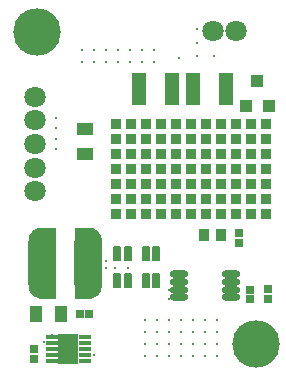
<source format=gts>
G04 Layer_Color=8388736*
%FSAX25Y25*%
%MOIN*%
G70*
G01*
G75*
G04:AMPARAMS|DCode=19|XSize=25mil|YSize=50mil|CornerRadius=3.13mil|HoleSize=0mil|Usage=FLASHONLY|Rotation=180.000|XOffset=0mil|YOffset=0mil|HoleType=Round|Shape=RoundedRectangle|*
%AMROUNDEDRECTD19*
21,1,0.02500,0.04375,0,0,180.0*
21,1,0.01875,0.05000,0,0,180.0*
1,1,0.00625,-0.00937,0.02187*
1,1,0.00625,0.00937,0.02187*
1,1,0.00625,0.00937,-0.02187*
1,1,0.00625,-0.00937,-0.02187*
%
%ADD19ROUNDEDRECTD19*%
%ADD36R,0.04343X0.05524*%
%ADD37R,0.05524X0.04343*%
G04:AMPARAMS|DCode=38|XSize=90.68mil|YSize=236.35mil|CornerRadius=45.34mil|HoleSize=0mil|Usage=FLASHONLY|Rotation=0.000|XOffset=0mil|YOffset=0mil|HoleType=Round|Shape=RoundedRectangle|*
%AMROUNDEDRECTD38*
21,1,0.09068,0.14567,0,0,0.0*
21,1,0.00000,0.23635,0,0,0.0*
1,1,0.09068,0.00000,-0.07283*
1,1,0.09068,0.00000,-0.07283*
1,1,0.09068,0.00000,0.07283*
1,1,0.09068,0.00000,0.07283*
%
%ADD38ROUNDEDRECTD38*%
%ADD39R,0.02768X0.02847*%
%ADD40O,0.06115X0.02572*%
%ADD41R,0.03300X0.03300*%
%ADD42R,0.04540X0.11036*%
%ADD43R,0.04540X0.10642*%
%ADD44R,0.02847X0.02768*%
%ADD45R,0.06666X0.10249*%
%ADD46R,0.04343X0.01784*%
%ADD47R,0.03556X0.04343*%
%ADD48R,0.04000X0.04400*%
%ADD49R,0.02965X0.02572*%
%ADD50C,0.15800*%
%ADD51C,0.07100*%
%ADD52C,0.01200*%
G36*
X0355375Y0304818D02*
X0355375Y0304818D01*
X0355763Y0304818D01*
X0355776Y0304817D01*
X0355789D01*
X0355802Y0304816D01*
X0355815Y0304815D01*
X0355828Y0304812D01*
X0355841Y0304811D01*
X0356601Y0304659D01*
X0356614Y0304656D01*
X0356627Y0304653D01*
X0356639Y0304649D01*
X0356652Y0304645D01*
X0356664Y0304641D01*
X0356676Y0304636D01*
X0357393Y0304339D01*
X0357405Y0304334D01*
X0357417Y0304329D01*
X0357428Y0304322D01*
X0357440Y0304316D01*
X0357451Y0304309D01*
X0357462Y0304302D01*
X0358107Y0303871D01*
X0358117Y0303863D01*
X0358128Y0303856D01*
X0358138Y0303848D01*
X0358148Y0303839D01*
X0358158Y0303830D01*
X0358168Y0303821D01*
X0358716Y0303273D01*
X0358724Y0303263D01*
X0358734Y0303254D01*
X0358742Y0303244D01*
X0358750Y0303234D01*
X0358758Y0303223D01*
X0358766Y0303212D01*
X0359196Y0302568D01*
X0359203Y0302556D01*
X0359210Y0302545D01*
X0359216Y0302534D01*
X0359223Y0302522D01*
X0359228Y0302510D01*
X0359233Y0302498D01*
X0359530Y0301782D01*
X0359534Y0301769D01*
X0359539Y0301757D01*
X0359543Y0301745D01*
X0359547Y0301732D01*
X0359550Y0301719D01*
X0359553Y0301707D01*
X0359704Y0300946D01*
X0359706Y0300933D01*
X0359708Y0300920D01*
X0359709Y0300907D01*
X0359711Y0300894D01*
Y0300881D01*
X0359712Y0300868D01*
Y0300480D01*
X0359712Y0285520D01*
X0359712Y0285519D01*
X0359712Y0285132D01*
X0359711Y0285119D01*
Y0285106D01*
X0359709Y0285093D01*
X0359708Y0285080D01*
X0359706Y0285067D01*
X0359704Y0285054D01*
X0359553Y0284293D01*
X0359549Y0284280D01*
X0359547Y0284268D01*
X0359543Y0284255D01*
X0359539Y0284243D01*
X0359534Y0284230D01*
X0359530Y0284218D01*
X0359233Y0283502D01*
X0359227Y0283490D01*
X0359223Y0283478D01*
X0359216Y0283466D01*
X0359210Y0283454D01*
X0359203Y0283444D01*
X0359196Y0283432D01*
X0358765Y0282787D01*
X0358757Y0282777D01*
X0358750Y0282766D01*
X0358741Y0282756D01*
X0358733Y0282746D01*
X0358724Y0282737D01*
X0358716Y0282727D01*
X0358167Y0282178D01*
X0358157Y0282170D01*
X0358148Y0282160D01*
X0358138Y0282152D01*
X0358128Y0282144D01*
X0358117Y0282136D01*
X0358106Y0282128D01*
X0357462Y0281698D01*
X0357450Y0281691D01*
X0357439Y0281684D01*
X0357428Y0281678D01*
X0357416Y0281671D01*
X0357404Y0281666D01*
X0357392Y0281661D01*
X0356676Y0281364D01*
X0356663Y0281359D01*
X0356651Y0281354D01*
X0356639Y0281351D01*
X0356626Y0281347D01*
X0356613Y0281344D01*
X0356601Y0281341D01*
X0355840Y0281189D01*
X0355827Y0281188D01*
X0355814Y0281185D01*
X0355801Y0281184D01*
X0355788Y0281183D01*
X0355775D01*
X0355762Y0281182D01*
X0355374Y0281182D01*
X0355374D01*
X0355374D01*
X0351043Y0281182D01*
X0351043D01*
D01*
X0350991Y0281185D01*
X0350940Y0281195D01*
X0350923Y0281201D01*
X0350890Y0281212D01*
X0350843Y0281235D01*
X0350799Y0281264D01*
X0350760Y0281299D01*
Y0281299D01*
X0350760D01*
X0350725Y0281338D01*
X0350696Y0281382D01*
X0350673Y0281429D01*
X0350662Y0281462D01*
X0350656Y0281479D01*
X0350646Y0281530D01*
X0350642Y0281582D01*
Y0281582D01*
D01*
Y0304417D01*
X0350643Y0304431D01*
X0350646Y0304469D01*
X0350656Y0304521D01*
Y0304521D01*
X0350656Y0304521D01*
X0350662Y0304538D01*
X0350673Y0304570D01*
X0350696Y0304617D01*
D01*
X0350696Y0304618D01*
X0350708Y0304635D01*
X0350725Y0304661D01*
X0350760Y0304700D01*
X0350760Y0304700D01*
X0350760Y0304700D01*
X0350799Y0304735D01*
X0350825Y0304752D01*
X0350843Y0304764D01*
X0350843Y0304764D01*
D01*
X0350890Y0304787D01*
X0350922Y0304798D01*
X0350939Y0304804D01*
X0350939Y0304804D01*
X0350940D01*
X0350991Y0304815D01*
X0351029Y0304817D01*
X0351043Y0304818D01*
X0355374Y0304818D01*
X0355375Y0304818D01*
D02*
G37*
G36*
X0344009Y0304815D02*
X0344060Y0304804D01*
X0344110Y0304787D01*
X0344157Y0304764D01*
X0344201Y0304735D01*
X0344240Y0304701D01*
X0344275Y0304661D01*
X0344304Y0304618D01*
X0344327Y0304571D01*
X0344344Y0304521D01*
X0344354Y0304469D01*
X0344357Y0304417D01*
Y0281583D01*
Y0281583D01*
Y0281583D01*
X0344354Y0281530D01*
X0344344Y0281479D01*
X0344333Y0281445D01*
X0344327Y0281429D01*
X0344304Y0281382D01*
D01*
X0344304Y0281382D01*
X0344289Y0281360D01*
X0344275Y0281339D01*
X0344240Y0281299D01*
X0344240D01*
Y0281299D01*
X0344201Y0281265D01*
X0344179Y0281250D01*
X0344157Y0281236D01*
X0344157Y0281236D01*
D01*
X0344110Y0281212D01*
X0344094Y0281207D01*
X0344060Y0281195D01*
X0344009Y0281185D01*
X0343957Y0281182D01*
X0343957D01*
X0343957D01*
X0339626Y0281182D01*
X0339238Y0281182D01*
X0339225Y0281183D01*
X0339212D01*
X0339199Y0281185D01*
X0339186Y0281185D01*
X0339173Y0281188D01*
X0339160Y0281190D01*
X0338400Y0281341D01*
X0338387Y0281344D01*
X0338374Y0281347D01*
X0338362Y0281351D01*
X0338349Y0281354D01*
X0338337Y0281360D01*
X0338324Y0281364D01*
X0337608Y0281661D01*
X0337596Y0281666D01*
X0337584Y0281671D01*
X0337573Y0281678D01*
X0337561Y0281684D01*
X0337550Y0281691D01*
X0337539Y0281698D01*
X0336894Y0282128D01*
X0336883Y0282136D01*
X0336873Y0282144D01*
X0336863Y0282152D01*
X0336852Y0282160D01*
X0336843Y0282170D01*
X0336833Y0282178D01*
X0336285Y0282727D01*
X0336276Y0282736D01*
X0336267Y0282746D01*
X0336259Y0282756D01*
X0336250Y0282766D01*
X0336243Y0282777D01*
X0336235Y0282787D01*
X0335804Y0283432D01*
X0335797Y0283443D01*
X0335790Y0283454D01*
X0335784Y0283466D01*
X0335778Y0283477D01*
X0335773Y0283490D01*
X0335767Y0283501D01*
X0335470Y0284218D01*
X0335466Y0284230D01*
X0335461Y0284242D01*
X0335457Y0284255D01*
X0335453Y0284267D01*
X0335451Y0284280D01*
X0335447Y0284293D01*
X0335296Y0285054D01*
X0335294Y0285067D01*
X0335292Y0285079D01*
X0335291Y0285093D01*
X0335289Y0285105D01*
Y0285119D01*
X0335288Y0285132D01*
X0335288Y0285519D01*
X0335288Y0285520D01*
X0335288Y0300481D01*
D01*
Y0300481D01*
X0335288Y0300868D01*
X0335289Y0300881D01*
Y0300894D01*
X0335291Y0300907D01*
X0335292Y0300921D01*
X0335294Y0300934D01*
X0335296Y0300946D01*
X0335447Y0301707D01*
X0335451Y0301720D01*
X0335453Y0301732D01*
X0335457Y0301745D01*
X0335461Y0301758D01*
X0335466Y0301770D01*
X0335470Y0301782D01*
X0335767Y0302499D01*
X0335773Y0302510D01*
X0335778Y0302522D01*
X0335784Y0302534D01*
X0335790Y0302546D01*
X0335797Y0302556D01*
X0335804Y0302568D01*
X0336235Y0303213D01*
X0336243Y0303223D01*
X0336250Y0303234D01*
X0336259Y0303244D01*
X0336267Y0303254D01*
X0336276Y0303263D01*
X0336285Y0303273D01*
X0336833Y0303822D01*
X0336843Y0303830D01*
X0336852Y0303840D01*
X0336862Y0303848D01*
X0336872Y0303856D01*
X0336883Y0303864D01*
X0336894Y0303871D01*
X0337538Y0304302D01*
X0337550Y0304309D01*
X0337561Y0304316D01*
X0337573Y0304322D01*
X0337584Y0304329D01*
X0337596Y0304334D01*
X0337608Y0304339D01*
X0338324Y0304636D01*
X0338337Y0304640D01*
X0338349Y0304645D01*
X0338361Y0304649D01*
X0338374Y0304653D01*
X0338387Y0304656D01*
X0338399Y0304659D01*
X0339160Y0304810D01*
X0339173Y0304812D01*
X0339186Y0304815D01*
X0339199Y0304815D01*
X0339212Y0304817D01*
X0339225D01*
X0339238Y0304818D01*
X0339621D01*
X0339621Y0304818D01*
X0339622Y0304818D01*
X0339625D01*
X0339626Y0304818D01*
X0343957Y0304818D01*
X0344009Y0304815D01*
D02*
G37*
D19*
X0374248Y0287000D02*
D03*
X0377752D02*
D03*
X0364748D02*
D03*
X0368252D02*
D03*
X0374248Y0296000D02*
D03*
X0377752D02*
D03*
X0364748D02*
D03*
X0368252D02*
D03*
D36*
X0346134Y0276000D02*
D03*
X0337866D02*
D03*
D37*
X0354000Y0329366D02*
D03*
Y0337634D02*
D03*
D38*
X0355177Y0293000D02*
D03*
X0339823D02*
D03*
D39*
X0352272Y0276000D02*
D03*
X0355500D02*
D03*
D40*
X0402760Y0281661D02*
D03*
Y0284221D02*
D03*
Y0286780D02*
D03*
Y0289339D02*
D03*
X0385240Y0281661D02*
D03*
Y0284221D02*
D03*
Y0286780D02*
D03*
Y0289339D02*
D03*
D41*
X0364500Y0309500D02*
D03*
Y0314500D02*
D03*
Y0319500D02*
D03*
Y0324500D02*
D03*
Y0329500D02*
D03*
Y0334500D02*
D03*
Y0339500D02*
D03*
X0369500Y0309500D02*
D03*
Y0314500D02*
D03*
Y0319500D02*
D03*
Y0324500D02*
D03*
Y0329500D02*
D03*
Y0334500D02*
D03*
Y0339500D02*
D03*
X0374500Y0309500D02*
D03*
Y0314500D02*
D03*
Y0319500D02*
D03*
Y0324500D02*
D03*
Y0329500D02*
D03*
Y0334500D02*
D03*
Y0339500D02*
D03*
X0379500Y0309500D02*
D03*
Y0314500D02*
D03*
Y0319500D02*
D03*
Y0324500D02*
D03*
Y0329500D02*
D03*
Y0334500D02*
D03*
Y0339500D02*
D03*
X0384500Y0309500D02*
D03*
Y0314500D02*
D03*
Y0319500D02*
D03*
Y0324500D02*
D03*
Y0329500D02*
D03*
Y0334500D02*
D03*
Y0339500D02*
D03*
X0389500Y0309500D02*
D03*
Y0314500D02*
D03*
Y0319500D02*
D03*
Y0324500D02*
D03*
Y0329500D02*
D03*
Y0334500D02*
D03*
Y0339500D02*
D03*
X0394500Y0309500D02*
D03*
Y0314500D02*
D03*
Y0319500D02*
D03*
Y0324500D02*
D03*
Y0329500D02*
D03*
Y0334500D02*
D03*
Y0339500D02*
D03*
X0399500Y0309500D02*
D03*
Y0314500D02*
D03*
Y0319500D02*
D03*
Y0324500D02*
D03*
Y0329500D02*
D03*
Y0334500D02*
D03*
Y0339500D02*
D03*
X0404500Y0309500D02*
D03*
Y0314500D02*
D03*
Y0319500D02*
D03*
Y0324500D02*
D03*
Y0329500D02*
D03*
Y0334500D02*
D03*
Y0339500D02*
D03*
X0409500Y0309500D02*
D03*
Y0314500D02*
D03*
Y0319500D02*
D03*
Y0324500D02*
D03*
Y0329500D02*
D03*
Y0334500D02*
D03*
Y0339500D02*
D03*
X0414500Y0309500D02*
D03*
Y0314500D02*
D03*
Y0319500D02*
D03*
Y0324500D02*
D03*
Y0329500D02*
D03*
Y0334500D02*
D03*
Y0339500D02*
D03*
D42*
X0383012Y0351000D02*
D03*
X0401012D02*
D03*
D43*
X0371988D02*
D03*
X0389988D02*
D03*
D44*
X0409000Y0284228D02*
D03*
Y0281000D02*
D03*
X0405500Y0299886D02*
D03*
Y0303114D02*
D03*
X0415000Y0281114D02*
D03*
Y0284343D02*
D03*
D45*
X0348500Y0264500D02*
D03*
D46*
X0353992Y0260563D02*
D03*
Y0262532D02*
D03*
Y0264500D02*
D03*
Y0266469D02*
D03*
Y0268437D02*
D03*
X0343008Y0260563D02*
D03*
Y0262532D02*
D03*
Y0264500D02*
D03*
Y0266469D02*
D03*
Y0268437D02*
D03*
D47*
X0393744Y0302500D02*
D03*
X0399256D02*
D03*
D48*
X0411500Y0353900D02*
D03*
X0415300Y0345563D02*
D03*
X0407760D02*
D03*
D49*
X0336992Y0264543D02*
D03*
Y0261000D02*
D03*
D50*
X0338000Y0370000D02*
D03*
X0411000Y0266000D02*
D03*
D51*
X0337500Y0348500D02*
D03*
Y0340626D02*
D03*
Y0332752D02*
D03*
Y0324852D02*
D03*
Y0316952D02*
D03*
X0404500Y0370500D02*
D03*
X0396626D02*
D03*
D52*
X0368300Y0291500D02*
D03*
X0364100D02*
D03*
X0361100D02*
D03*
Y0293700D02*
D03*
X0353000Y0364000D02*
D03*
X0357000D02*
D03*
X0361000D02*
D03*
X0365000D02*
D03*
X0369000D02*
D03*
X0373000D02*
D03*
X0377000D02*
D03*
Y0360000D02*
D03*
X0373000D02*
D03*
X0369000D02*
D03*
X0365000D02*
D03*
X0361000D02*
D03*
X0357000D02*
D03*
X0353000D02*
D03*
X0374000Y0262000D02*
D03*
X0378000D02*
D03*
X0382000D02*
D03*
X0386000D02*
D03*
X0390000D02*
D03*
X0394000D02*
D03*
X0398000D02*
D03*
X0374000Y0266000D02*
D03*
X0378000D02*
D03*
X0382000D02*
D03*
X0386000D02*
D03*
X0390000D02*
D03*
X0394000D02*
D03*
X0398000D02*
D03*
X0374000Y0270000D02*
D03*
X0378000D02*
D03*
X0382000D02*
D03*
X0386000D02*
D03*
X0390000D02*
D03*
X0394000D02*
D03*
X0398000D02*
D03*
Y0274000D02*
D03*
X0394000D02*
D03*
X0390000D02*
D03*
X0386000D02*
D03*
X0382000D02*
D03*
X0378000D02*
D03*
X0374000D02*
D03*
X0354000Y0329366D02*
D03*
X0344500Y0331000D02*
D03*
Y0334500D02*
D03*
Y0338000D02*
D03*
Y0341500D02*
D03*
X0391500Y0371000D02*
D03*
X0397000Y0362000D02*
D03*
X0391500D02*
D03*
Y0366500D02*
D03*
X0385500Y0361500D02*
D03*
X0389988Y0351000D02*
D03*
X0383012D02*
D03*
X0394500Y0309500D02*
D03*
X0414500D02*
D03*
X0409500Y0314500D02*
D03*
X0404500Y0324500D02*
D03*
X0414500D02*
D03*
X0409500D02*
D03*
X0404500Y0314500D02*
D03*
X0399500D02*
D03*
Y0324500D02*
D03*
X0394500D02*
D03*
Y0314500D02*
D03*
X0389500Y0324500D02*
D03*
X0384500Y0334500D02*
D03*
Y0339500D02*
D03*
X0389500D02*
D03*
Y0334500D02*
D03*
Y0329500D02*
D03*
X0384500D02*
D03*
Y0319500D02*
D03*
Y0314500D02*
D03*
X0384000Y0309500D02*
D03*
X0379500D02*
D03*
Y0314500D02*
D03*
Y0319500D02*
D03*
Y0324500D02*
D03*
X0374500D02*
D03*
Y0319500D02*
D03*
Y0314500D02*
D03*
Y0309500D02*
D03*
X0369500D02*
D03*
X0364500D02*
D03*
Y0314500D02*
D03*
X0369500D02*
D03*
Y0319500D02*
D03*
X0364500D02*
D03*
Y0324500D02*
D03*
X0369500D02*
D03*
Y0329500D02*
D03*
X0364500D02*
D03*
X0402760Y0281661D02*
D03*
X0336992Y0261000D02*
D03*
X0346000Y0274500D02*
D03*
Y0277000D02*
D03*
X0349500Y0265500D02*
D03*
X0347500D02*
D03*
X0349500Y0268000D02*
D03*
X0347500D02*
D03*
X0414500Y0319500D02*
D03*
X0379500Y0329000D02*
D03*
X0389500Y0309500D02*
D03*
X0382000Y0281000D02*
D03*
X0382202Y0284000D02*
D03*
X0357000Y0262500D02*
D03*
X0340275Y0266643D02*
D03*
X0343000Y0269000D02*
D03*
X0340000Y0284000D02*
D03*
M02*

</source>
